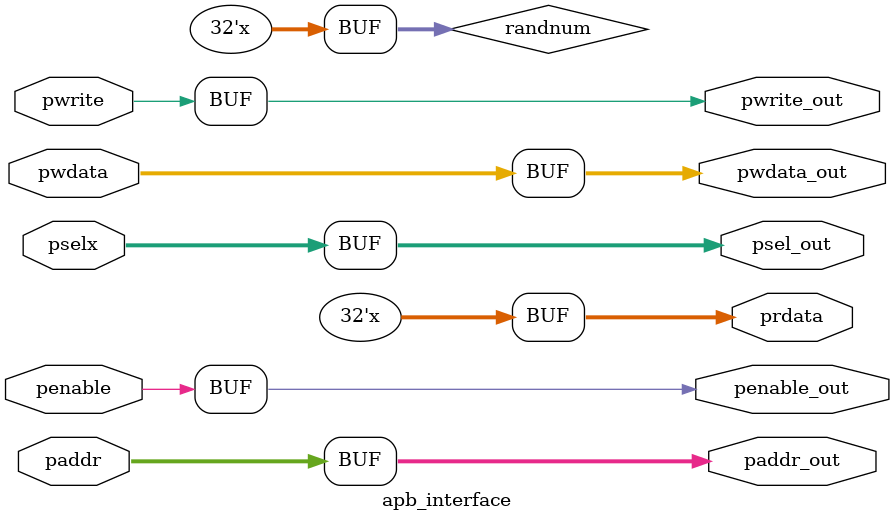
<source format=v>

module apb_interface (
    input pwrite,penable,
    input [2:0] pselx, 
    input [31:0] paddr,pwdata,
    output pwrite_out,penable_out,
    output [2:0] psel_out,
    output [31:0] paddr_out,pwdata_out,
    output reg [31:0] prdata
);

    reg [31:0] randnum;
    assign pwrite_out=pwrite;
    assign penable_out=penable;
    assign psel_out=pselx;
    assign pwdata_out=pwdata;
    assign paddr_out=paddr;

    always @(*)
    begin
        $display("enetering the rannum assignment");
        $display(pwrite,penable);
        if(!pwrite==1 &&penable) begin
            randnum = randnum + 32'h25;
            prdata= randnum;
            $display(prdata);
        end
    end

endmodule

</source>
